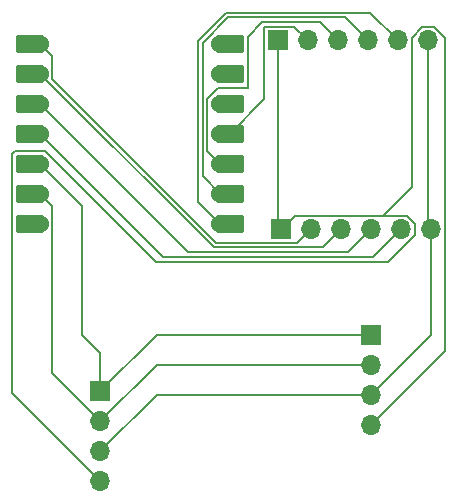
<source format=gbr>
%TF.GenerationSoftware,KiCad,Pcbnew,9.0.0*%
%TF.CreationDate,2025-06-10T19:10:25+05:30*%
%TF.ProjectId,andytrackerv2,616e6479-7472-4616-936b-657276322e6b,rev?*%
%TF.SameCoordinates,Original*%
%TF.FileFunction,Copper,L1,Top*%
%TF.FilePolarity,Positive*%
%FSLAX46Y46*%
G04 Gerber Fmt 4.6, Leading zero omitted, Abs format (unit mm)*
G04 Created by KiCad (PCBNEW 9.0.0) date 2025-06-10 19:10:25*
%MOMM*%
%LPD*%
G01*
G04 APERTURE LIST*
G04 Aperture macros list*
%AMRoundRect*
0 Rectangle with rounded corners*
0 $1 Rounding radius*
0 $2 $3 $4 $5 $6 $7 $8 $9 X,Y pos of 4 corners*
0 Add a 4 corners polygon primitive as box body*
4,1,4,$2,$3,$4,$5,$6,$7,$8,$9,$2,$3,0*
0 Add four circle primitives for the rounded corners*
1,1,$1+$1,$2,$3*
1,1,$1+$1,$4,$5*
1,1,$1+$1,$6,$7*
1,1,$1+$1,$8,$9*
0 Add four rect primitives between the rounded corners*
20,1,$1+$1,$2,$3,$4,$5,0*
20,1,$1+$1,$4,$5,$6,$7,0*
20,1,$1+$1,$6,$7,$8,$9,0*
20,1,$1+$1,$8,$9,$2,$3,0*%
G04 Aperture macros list end*
%TA.AperFunction,SMDPad,CuDef*%
%ADD10RoundRect,0.152400X1.063600X0.609600X-1.063600X0.609600X-1.063600X-0.609600X1.063600X-0.609600X0*%
%TD*%
%TA.AperFunction,ComponentPad*%
%ADD11C,1.524000*%
%TD*%
%TA.AperFunction,SMDPad,CuDef*%
%ADD12RoundRect,0.152400X-1.063600X-0.609600X1.063600X-0.609600X1.063600X0.609600X-1.063600X0.609600X0*%
%TD*%
%TA.AperFunction,ComponentPad*%
%ADD13R,1.700000X1.700000*%
%TD*%
%TA.AperFunction,ComponentPad*%
%ADD14O,1.700000X1.700000*%
%TD*%
%TA.AperFunction,Conductor*%
%ADD15C,0.200000*%
%TD*%
G04 APERTURE END LIST*
D10*
%TO.P,U1,1,GPIO2/A0/D0*%
%TO.N,Net-(J2-Pin_2)*%
X154590000Y-97300000D03*
D11*
X155425000Y-97300000D03*
D10*
%TO.P,U1,2,GPIO3/A1/D1*%
%TO.N,Net-(J2-Pin_3)*%
X154590000Y-99840000D03*
D11*
X155425000Y-99840000D03*
D10*
%TO.P,U1,3,GPIO4/A2/D2*%
%TO.N,Net-(J2-Pin_4)*%
X154590000Y-102380000D03*
D11*
X155425000Y-102380000D03*
D10*
%TO.P,U1,4,GPIO5/A3/D3*%
%TO.N,Net-(J2-Pin_5)*%
X154590000Y-104920000D03*
D11*
X155425000Y-104920000D03*
D10*
%TO.P,U1,5,GPIO6/D4/SDA*%
%TO.N,Net-(J3-Pin_1)*%
X154590000Y-107460000D03*
D11*
X155425000Y-107460000D03*
D10*
%TO.P,U1,6,GPIO7/D5/SCL*%
%TO.N,Net-(J3-Pin_2)*%
X154590000Y-110000000D03*
D11*
X155425000Y-110000000D03*
D10*
%TO.P,U1,7,GPIO21/D6/TX*%
%TO.N,unconnected-(U1-GPIO21{slash}D6{slash}TX-Pad7)*%
X154590000Y-112540000D03*
D11*
X155425000Y-112540000D03*
%TO.P,U1,8,GPIO20/D7/RX*%
%TO.N,Net-(J1-Pin_5)*%
X170665000Y-112540000D03*
D12*
X171500000Y-112540000D03*
D11*
%TO.P,U1,9,GPIO8/D8/SCK*%
%TO.N,Net-(J1-Pin_4)*%
X170665000Y-110000000D03*
D12*
X171500000Y-110000000D03*
D11*
%TO.P,U1,10,GPIO9/D9/MISO*%
%TO.N,Net-(J1-Pin_3)*%
X170665000Y-107460000D03*
D12*
X171500000Y-107460000D03*
D11*
%TO.P,U1,11,GPIO10/D10/MOSI*%
%TO.N,Net-(J1-Pin_2)*%
X170665000Y-104920000D03*
D12*
X171500000Y-104920000D03*
D11*
%TO.P,U1,12,VCC_3V3*%
%TO.N,unconnected-(U1-VCC_3V3-Pad12)*%
X170665000Y-102380000D03*
D12*
X171500000Y-102380000D03*
D11*
%TO.P,U1,13,GND*%
%TO.N,unconnected-(U1-GND-Pad13)*%
X170665000Y-99840000D03*
D12*
X171500000Y-99840000D03*
D11*
%TO.P,U1,14,VBUS*%
%TO.N,Net-(J1-Pin_6)*%
X170665000Y-97300000D03*
D12*
X171500000Y-97300000D03*
%TD*%
D13*
%TO.P,J4,1,Pin_1*%
%TO.N,Net-(J3-Pin_1)*%
X183500000Y-121920000D03*
D14*
%TO.P,J4,2,Pin_2*%
%TO.N,Net-(J3-Pin_2)*%
X183500000Y-124460000D03*
%TO.P,J4,3,Pin_3*%
%TO.N,Net-(J1-Pin_6)*%
X183500000Y-127000000D03*
%TO.P,J4,4,Pin_4*%
%TO.N,GND*%
X183500000Y-129540000D03*
%TD*%
D13*
%TO.P,J1,1,Pin_1*%
%TO.N,GND*%
X175585000Y-97025000D03*
D14*
%TO.P,J1,2,Pin_2*%
%TO.N,Net-(J1-Pin_2)*%
X178125000Y-97025000D03*
%TO.P,J1,3,Pin_3*%
%TO.N,Net-(J1-Pin_3)*%
X180665000Y-97025000D03*
%TO.P,J1,4,Pin_4*%
%TO.N,Net-(J1-Pin_4)*%
X183205000Y-97025000D03*
%TO.P,J1,5,Pin_5*%
%TO.N,Net-(J1-Pin_5)*%
X185745000Y-97025000D03*
%TO.P,J1,6,Pin_6*%
%TO.N,Net-(J1-Pin_6)*%
X188285000Y-97025000D03*
%TD*%
D13*
%TO.P,J2,1,Pin_1*%
%TO.N,GND*%
X175840000Y-113000000D03*
D14*
%TO.P,J2,2,Pin_2*%
%TO.N,Net-(J2-Pin_2)*%
X178380000Y-113000000D03*
%TO.P,J2,3,Pin_3*%
%TO.N,Net-(J2-Pin_3)*%
X180920000Y-113000000D03*
%TO.P,J2,4,Pin_4*%
%TO.N,Net-(J2-Pin_4)*%
X183460000Y-113000000D03*
%TO.P,J2,5,Pin_5*%
%TO.N,Net-(J2-Pin_5)*%
X186000000Y-113000000D03*
%TO.P,J2,6,Pin_6*%
%TO.N,Net-(J1-Pin_6)*%
X188540000Y-113000000D03*
%TD*%
D13*
%TO.P,J3,1,Pin_1*%
%TO.N,Net-(J3-Pin_1)*%
X160525000Y-126700000D03*
D14*
%TO.P,J3,2,Pin_2*%
%TO.N,Net-(J3-Pin_2)*%
X160525000Y-129240000D03*
%TO.P,J3,3,Pin_3*%
%TO.N,Net-(J1-Pin_6)*%
X160525000Y-131780000D03*
%TO.P,J3,4,Pin_4*%
%TO.N,GND*%
X160525000Y-134320000D03*
%TD*%
D15*
%TO.N,Net-(J1-Pin_6)*%
X165305000Y-127000000D02*
X183500000Y-127000000D01*
X160525000Y-131780000D02*
X165305000Y-127000000D01*
%TO.N,Net-(J3-Pin_1)*%
X183500000Y-121920000D02*
X165305000Y-121920000D01*
X165305000Y-121920000D02*
X160525000Y-126700000D01*
%TO.N,Net-(J3-Pin_2)*%
X165305000Y-124460000D02*
X183500000Y-124460000D01*
X160525000Y-129240000D02*
X165305000Y-124460000D01*
%TO.N,GND*%
X153101000Y-126896000D02*
X153101000Y-123613000D01*
X160525000Y-134320000D02*
X153101000Y-126896000D01*
%TO.N,Net-(J3-Pin_2)*%
X156488000Y-125203000D02*
X160525000Y-129240000D01*
X155425000Y-110000000D02*
X156488000Y-111063000D01*
X156488000Y-111063000D02*
X156488000Y-125203000D01*
%TO.N,Net-(J3-Pin_1)*%
X159000000Y-121920000D02*
X160525000Y-123445000D01*
X160525000Y-123445000D02*
X160525000Y-126700000D01*
%TO.N,Net-(J1-Pin_6)*%
X188285000Y-112745000D02*
X188540000Y-113000000D01*
X188285000Y-97025000D02*
X188285000Y-112745000D01*
%TO.N,GND*%
X186896000Y-109453000D02*
X184500000Y-111849000D01*
X186896000Y-96786240D02*
X186896000Y-109453000D01*
X187808240Y-95874000D02*
X186896000Y-96786240D01*
X188761760Y-95874000D02*
X187808240Y-95874000D01*
X189691000Y-96803240D02*
X188761760Y-95874000D01*
X189691000Y-123349000D02*
X189691000Y-96803240D01*
X183500000Y-129540000D02*
X189691000Y-123349000D01*
X184500000Y-111849000D02*
X176991000Y-111849000D01*
X186476760Y-111849000D02*
X184500000Y-111849000D01*
X184872760Y-115755000D02*
X187151000Y-113476760D01*
X187151000Y-112523240D02*
X186476760Y-111849000D01*
X165223310Y-115755000D02*
X184872760Y-115755000D01*
X155865310Y-106397000D02*
X165223310Y-115755000D01*
X187151000Y-113476760D02*
X187151000Y-112523240D01*
X153334374Y-106397000D02*
X155865310Y-106397000D01*
X153073000Y-106658374D02*
X153334374Y-106397000D01*
X176991000Y-111849000D02*
X175840000Y-113000000D01*
X153073000Y-123613000D02*
X153073000Y-106658374D01*
%TO.N,Net-(J3-Pin_1)*%
X159000000Y-111035000D02*
X155425000Y-107460000D01*
X159000000Y-121920000D02*
X159000000Y-111035000D01*
%TO.N,Net-(J1-Pin_6)*%
X188540000Y-121960000D02*
X183500000Y-127000000D01*
X188540000Y-113000000D02*
X188540000Y-121960000D01*
%TO.N,Net-(J2-Pin_5)*%
X165859000Y-115354000D02*
X155425000Y-104920000D01*
X183646000Y-115354000D02*
X165859000Y-115354000D01*
X186000000Y-113000000D02*
X183646000Y-115354000D01*
%TO.N,Net-(J2-Pin_4)*%
X167998000Y-114953000D02*
X155425000Y-102380000D01*
X181507000Y-114953000D02*
X167998000Y-114953000D01*
X183460000Y-113000000D02*
X181507000Y-114953000D01*
%TO.N,Net-(J2-Pin_3)*%
X170137000Y-114552000D02*
X155425000Y-99840000D01*
X179368000Y-114552000D02*
X170137000Y-114552000D01*
X180920000Y-113000000D02*
X179368000Y-114552000D01*
%TO.N,Net-(J1-Pin_5)*%
X168800000Y-110675000D02*
X170665000Y-112540000D01*
X168800000Y-97094590D02*
X168800000Y-110675000D01*
X183391000Y-94671000D02*
X171223590Y-94671000D01*
X185745000Y-97025000D02*
X183391000Y-94671000D01*
X171223590Y-94671000D02*
X168800000Y-97094590D01*
%TO.N,Net-(J1-Pin_4)*%
X169201000Y-97260690D02*
X169201000Y-108536000D01*
X171389690Y-95072000D02*
X169201000Y-97260690D01*
X181252000Y-95072000D02*
X171389690Y-95072000D01*
X169201000Y-108536000D02*
X170665000Y-110000000D01*
X183205000Y-97025000D02*
X181252000Y-95072000D01*
%TO.N,Net-(J1-Pin_3)*%
X170486064Y-101055626D02*
X169602000Y-101939690D01*
X173017000Y-101055626D02*
X170486064Y-101055626D01*
X173017000Y-96723900D02*
X173017000Y-101055626D01*
X169602000Y-101939690D02*
X169602000Y-106397000D01*
X179113000Y-95473000D02*
X174267900Y-95473000D01*
X174267900Y-95473000D02*
X173017000Y-96723900D01*
X169602000Y-106397000D02*
X170665000Y-107460000D01*
X180665000Y-97025000D02*
X179113000Y-95473000D01*
%TO.N,Net-(J1-Pin_2)*%
X171500000Y-104920000D02*
X170665000Y-104920000D01*
X174434000Y-95874000D02*
X174434000Y-101986000D01*
X174434000Y-101986000D02*
X171500000Y-104920000D01*
X176974000Y-95874000D02*
X174434000Y-95874000D01*
X178125000Y-97025000D02*
X176974000Y-95874000D01*
%TO.N,Net-(J2-Pin_2)*%
X156488000Y-98363000D02*
X155425000Y-97300000D01*
X156488000Y-100280310D02*
X156488000Y-98363000D01*
X170358690Y-114151000D02*
X156488000Y-100280310D01*
X177229000Y-114151000D02*
X170358690Y-114151000D01*
X178380000Y-113000000D02*
X177229000Y-114151000D01*
%TO.N,GND*%
X175585000Y-112745000D02*
X175840000Y-113000000D01*
X175585000Y-97025000D02*
X175585000Y-112745000D01*
%TD*%
M02*

</source>
